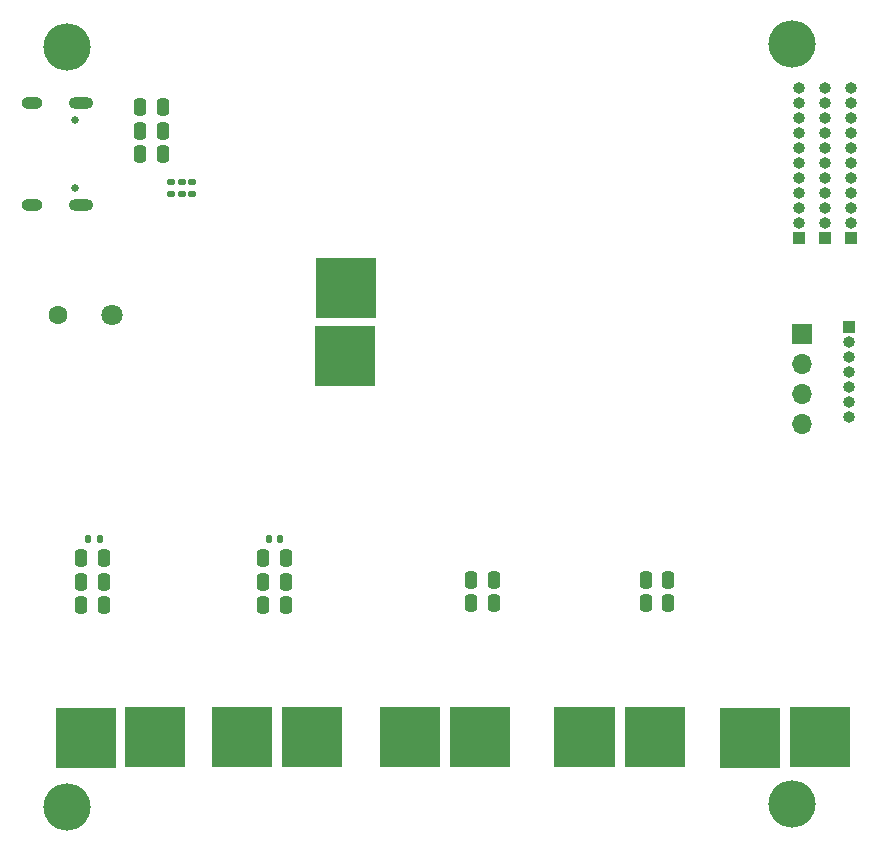
<source format=gbr>
%TF.GenerationSoftware,KiCad,Pcbnew,9.0.0*%
%TF.CreationDate,2025-08-15T19:16:38+03:00*%
%TF.ProjectId,USB-PD-Voltage-supply,5553422d-5044-42d5-966f-6c746167652d,rev?*%
%TF.SameCoordinates,Original*%
%TF.FileFunction,Soldermask,Bot*%
%TF.FilePolarity,Negative*%
%FSLAX46Y46*%
G04 Gerber Fmt 4.6, Leading zero omitted, Abs format (unit mm)*
G04 Created by KiCad (PCBNEW 9.0.0) date 2025-08-15 19:16:38*
%MOMM*%
%LPD*%
G01*
G04 APERTURE LIST*
G04 Aperture macros list*
%AMRoundRect*
0 Rectangle with rounded corners*
0 $1 Rounding radius*
0 $2 $3 $4 $5 $6 $7 $8 $9 X,Y pos of 4 corners*
0 Add a 4 corners polygon primitive as box body*
4,1,4,$2,$3,$4,$5,$6,$7,$8,$9,$2,$3,0*
0 Add four circle primitives for the rounded corners*
1,1,$1+$1,$2,$3*
1,1,$1+$1,$4,$5*
1,1,$1+$1,$6,$7*
1,1,$1+$1,$8,$9*
0 Add four rect primitives between the rounded corners*
20,1,$1+$1,$2,$3,$4,$5,0*
20,1,$1+$1,$4,$5,$6,$7,0*
20,1,$1+$1,$6,$7,$8,$9,0*
20,1,$1+$1,$8,$9,$2,$3,0*%
G04 Aperture macros list end*
%ADD10C,0.100000*%
%ADD11R,1.000000X1.000000*%
%ADD12O,1.000000X1.000000*%
%ADD13C,0.650000*%
%ADD14O,2.100000X1.000000*%
%ADD15O,1.800000X1.000000*%
%ADD16O,4.000000X4.000000*%
%ADD17C,1.600000*%
%ADD18C,1.800000*%
%ADD19R,1.700000X1.700000*%
%ADD20O,1.700000X1.700000*%
%ADD21RoundRect,0.140000X-0.170000X0.140000X-0.170000X-0.140000X0.170000X-0.140000X0.170000X0.140000X0*%
%ADD22RoundRect,0.250000X0.250000X0.475000X-0.250000X0.475000X-0.250000X-0.475000X0.250000X-0.475000X0*%
%ADD23RoundRect,0.140000X0.140000X0.170000X-0.140000X0.170000X-0.140000X-0.170000X0.140000X-0.170000X0*%
G04 APERTURE END LIST*
%TO.C,TP25*%
D10*
X172450000Y-121400000D02*
X177450000Y-121400000D01*
X177450000Y-126400000D01*
X172450000Y-126400000D01*
X172450000Y-121400000D01*
G36*
X172450000Y-121400000D02*
G01*
X177450000Y-121400000D01*
X177450000Y-126400000D01*
X172450000Y-126400000D01*
X172450000Y-121400000D01*
G37*
%TO.C,TP18*%
X124300000Y-121450000D02*
X129300000Y-121450000D01*
X129300000Y-126450000D01*
X124300000Y-126450000D01*
X124300000Y-121450000D01*
G36*
X124300000Y-121450000D02*
G01*
X129300000Y-121450000D01*
X129300000Y-126450000D01*
X124300000Y-126450000D01*
X124300000Y-121450000D01*
G37*
%TO.C,TP20*%
X137500000Y-121400000D02*
X142500000Y-121400000D01*
X142500000Y-126400000D01*
X137500000Y-126400000D01*
X137500000Y-121400000D01*
G36*
X137500000Y-121400000D02*
G01*
X142500000Y-121400000D01*
X142500000Y-126400000D01*
X137500000Y-126400000D01*
X137500000Y-121400000D01*
G37*
%TO.C,TP17*%
X130150000Y-121400000D02*
X135150000Y-121400000D01*
X135150000Y-126400000D01*
X130150000Y-126400000D01*
X130150000Y-121400000D01*
G36*
X130150000Y-121400000D02*
G01*
X135150000Y-121400000D01*
X135150000Y-126400000D01*
X130150000Y-126400000D01*
X130150000Y-121400000D01*
G37*
%TO.C,TP23*%
X157650000Y-121400000D02*
X162650000Y-121400000D01*
X162650000Y-126400000D01*
X157650000Y-126400000D01*
X157650000Y-121400000D01*
G36*
X157650000Y-121400000D02*
G01*
X162650000Y-121400000D01*
X162650000Y-126400000D01*
X157650000Y-126400000D01*
X157650000Y-121400000D01*
G37*
%TO.C,TP16*%
X146250000Y-94100000D02*
X151250000Y-94100000D01*
X151250000Y-89100000D01*
X146250000Y-89100000D01*
X146250000Y-94100000D01*
G36*
X146250000Y-94100000D02*
G01*
X151250000Y-94100000D01*
X151250000Y-89100000D01*
X146250000Y-89100000D01*
X146250000Y-94100000D01*
G37*
%TO.C,TP22*%
X180500000Y-121450000D02*
X185500000Y-121450000D01*
X185500000Y-126450000D01*
X180500000Y-126450000D01*
X180500000Y-121450000D01*
G36*
X180500000Y-121450000D02*
G01*
X185500000Y-121450000D01*
X185500000Y-126450000D01*
X180500000Y-126450000D01*
X180500000Y-121450000D01*
G37*
%TO.C,TP15*%
X146300000Y-88350000D02*
X151300000Y-88350000D01*
X151300000Y-83350000D01*
X146300000Y-83350000D01*
X146300000Y-88350000D01*
G36*
X146300000Y-88350000D02*
G01*
X151300000Y-88350000D01*
X151300000Y-83350000D01*
X146300000Y-83350000D01*
X146300000Y-88350000D01*
G37*
%TO.C,TP24*%
X151700000Y-121400000D02*
X156700000Y-121400000D01*
X156700000Y-126400000D01*
X151700000Y-126400000D01*
X151700000Y-121400000D01*
G36*
X151700000Y-121400000D02*
G01*
X156700000Y-121400000D01*
X156700000Y-126400000D01*
X151700000Y-126400000D01*
X151700000Y-121400000D01*
G37*
%TO.C,TP21*%
X186450000Y-121400000D02*
X191450000Y-121400000D01*
X191450000Y-126400000D01*
X186450000Y-126400000D01*
X186450000Y-121400000D01*
G36*
X186450000Y-121400000D02*
G01*
X191450000Y-121400000D01*
X191450000Y-126400000D01*
X186450000Y-126400000D01*
X186450000Y-121400000D01*
G37*
%TO.C,TP26*%
X166500000Y-121400000D02*
X171500000Y-121400000D01*
X171500000Y-126400000D01*
X166500000Y-126400000D01*
X166500000Y-121400000D01*
G36*
X166500000Y-121400000D02*
G01*
X171500000Y-121400000D01*
X171500000Y-126400000D01*
X166500000Y-126400000D01*
X166500000Y-121400000D01*
G37*
%TO.C,TP19*%
X143400000Y-121400000D02*
X148400000Y-121400000D01*
X148400000Y-126400000D01*
X143400000Y-126400000D01*
X143400000Y-121400000D01*
G36*
X143400000Y-121400000D02*
G01*
X148400000Y-121400000D01*
X148400000Y-126400000D01*
X143400000Y-126400000D01*
X143400000Y-121400000D01*
G37*
%TD*%
D11*
%TO.C,J6*%
X189400000Y-81700000D03*
D12*
X189400000Y-80430000D03*
X189400000Y-79160000D03*
X189400000Y-77890000D03*
X189400000Y-76620000D03*
X189400000Y-75350000D03*
X189400000Y-74080000D03*
X189400000Y-72810000D03*
X189400000Y-71540000D03*
X189400000Y-70270000D03*
X189400000Y-69000000D03*
%TD*%
D11*
%TO.C,J7*%
X191600000Y-81700000D03*
D12*
X191600000Y-80430000D03*
X191600000Y-79160000D03*
X191600000Y-77890000D03*
X191600000Y-76620000D03*
X191600000Y-75350000D03*
X191600000Y-74080000D03*
X191600000Y-72810000D03*
X191600000Y-71540000D03*
X191600000Y-70270000D03*
X191600000Y-69000000D03*
%TD*%
D13*
%TO.C,J4*%
X125905000Y-71710000D03*
X125905000Y-77490000D03*
D14*
X126425000Y-70280000D03*
D15*
X122225000Y-70280000D03*
D14*
X126425000Y-78920000D03*
D15*
X122225000Y-78920000D03*
%TD*%
D16*
%TO.C,*%
X186600000Y-129619560D03*
%TD*%
%TO.C,*%
X125200000Y-65500000D03*
%TD*%
D11*
%TO.C,J5*%
X187200000Y-81700000D03*
D12*
X187200000Y-80430000D03*
X187200000Y-79160000D03*
X187200000Y-77890000D03*
X187200000Y-76620000D03*
X187200000Y-75350000D03*
X187200000Y-74080000D03*
X187200000Y-72810000D03*
X187200000Y-71540000D03*
X187200000Y-70270000D03*
X187200000Y-69000000D03*
%TD*%
D16*
%TO.C,*%
X125200000Y-129869560D03*
%TD*%
%TO.C,*%
X186600000Y-65250000D03*
%TD*%
D11*
%TO.C,J2*%
X191400000Y-89250000D03*
D12*
X191400000Y-90520000D03*
X191400000Y-91790000D03*
X191400000Y-93060000D03*
X191400000Y-94330000D03*
X191400000Y-95600000D03*
X191400000Y-96870000D03*
%TD*%
D17*
%TO.C,J1*%
X124500000Y-88200000D03*
D18*
X129000000Y-88200000D03*
%TD*%
D19*
%TO.C,J3*%
X187425000Y-89800000D03*
D20*
X187425000Y-92340000D03*
X187425000Y-94880000D03*
X187425000Y-97420000D03*
%TD*%
D21*
%TO.C,C19*%
X134925000Y-76970000D03*
X134925000Y-77930000D03*
%TD*%
D22*
%TO.C,C40*%
X143750000Y-108800000D03*
X141850000Y-108800000D03*
%TD*%
%TO.C,C37*%
X128350000Y-112800000D03*
X126450000Y-112800000D03*
%TD*%
%TO.C,C39*%
X128350000Y-110800000D03*
X126450000Y-110800000D03*
%TD*%
%TO.C,C47*%
X161350000Y-110600000D03*
X159450000Y-110600000D03*
%TD*%
%TO.C,C35*%
X143750000Y-110800000D03*
X141850000Y-110800000D03*
%TD*%
D21*
%TO.C,C21*%
X134000000Y-76970000D03*
X134000000Y-77930000D03*
%TD*%
D22*
%TO.C,C38*%
X143750000Y-112800000D03*
X141850000Y-112800000D03*
%TD*%
D23*
%TO.C,C33*%
X143280000Y-107200000D03*
X142320000Y-107200000D03*
%TD*%
D22*
%TO.C,C34*%
X128350000Y-108800000D03*
X126450000Y-108800000D03*
%TD*%
D23*
%TO.C,C32*%
X128000000Y-107200000D03*
X127040000Y-107200000D03*
%TD*%
D22*
%TO.C,C23*%
X133350000Y-70600000D03*
X131450000Y-70600000D03*
%TD*%
%TO.C,C48*%
X176150000Y-112600000D03*
X174250000Y-112600000D03*
%TD*%
%TO.C,C46*%
X176150000Y-110600000D03*
X174250000Y-110600000D03*
%TD*%
%TO.C,C22*%
X133350000Y-74600000D03*
X131450000Y-74600000D03*
%TD*%
D21*
%TO.C,C20*%
X135850000Y-76970000D03*
X135850000Y-77930000D03*
%TD*%
D22*
%TO.C,C45*%
X161350000Y-112600000D03*
X159450000Y-112600000D03*
%TD*%
%TO.C,C24*%
X133350000Y-72600000D03*
X131450000Y-72600000D03*
%TD*%
M02*

</source>
